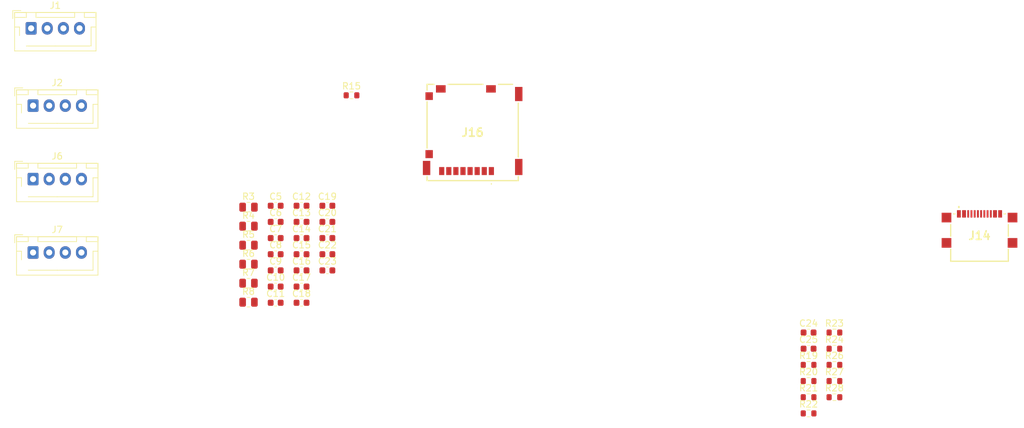
<source format=kicad_pcb>
(kicad_pcb (version 20241229) (generator "pcbnew") (generator_version "9.0")
  (layers (0 "F.Cu" signal) (2 "B.Cu" signal) (13 "F.Paste" user) (15 "B.Paste" user) (5 "F.SilkS" user "F.Silkscreen") (7 "B.SilkS" user "B.Silkscreen") (1 "F.Mask" user) (3 "B.Mask" user) (25 "Edge.Cuts" user))
  (net 0 "")
  (net 1 "GND")
  (net 2 "/D20{slash}A6")
  (net 3 "/D15{slash}A1")
  (net 4 "/D14{slash}A0")
  (net 5 "+5V")
  (net 6 "+3V3")
  (net 7 "+3.3VA")
  (net 8 "USB_GND_1")
  (net 9 "+5VD")
  (net 10 "VCAP1")
  (net 11 "/Lipo_Cell_1_2")
  (net 12 "/Lipo_Cell_1_2_3")
  (net 13 "/Lipo_Cell_1")
  (net 14 "VBUS_1")
  (net 15 "SDMMC1_CardDetect")
  (net 24 "SDMMC1_D1")
  (net 25 "SDMMC1_D2")
  (net 26 "SDMMC1_D3")
  (net 27 "SDMMC1_D0")
  (net 28 "SDMMC1_CMD")
  (net 29 "Net-(J16-CLK)")
  (net 30 "Net-(J16-COM)")
  (net 34 "USB_DP_1")
  (net 35 "USB_DN_1")
  (net 36 "USB_CC_2")
  (net 37 "USB_CC_1")
  (net 39 "SDMMC1_CK")
  (net 40 "I2C1_SDA")
  (net 41 "I2C1_SCL")
  (net 42 "DPS_Int")
  (footprint "Resistor_SMD:R_0805_2012Metric" (layer "F.Cu") (at 116.005 81.96)
    (property "Reference" "R3" (at 0 -1.65 0) (layer "F.SilkS"))
    (property "Value" "47k")
    (fp_line (start -0.227064 -0.735) (end 0.227064 -0.735) (stroke (width 0.12)) (layer "F.SilkS"))
    (fp_line (start -0.227064 0.735) (end 0.227064 0.735) (stroke (width 0.12)) (layer "F.SilkS"))
    (pad "1" smd roundrect (at -0.9125 0) (size 1.025 1.4) (layers "F.Cu" "F.Mask" "F.Paste") (roundrect_rratio 0.243902) (net 12 "/Lipo_Cell_1_2_3"))
    (pad "2" smd roundrect (at 0.9125 0) (size 1.025 1.4) (layers "F.Cu" "F.Mask" "F.Paste") (roundrect_rratio 0.243902) (net 2 "/D20{slash}A6"))
  )
  (footprint "Capacitor_SMD:C_0603_1608Metric" (layer "F.Cu") (at 124.225 96.8)
    (property "Reference" "C18" (at 0 -1.43 0) (layer "F.SilkS"))
    (property "Value" "10n")
    (fp_line (start -0.14058 -0.51) (end 0.14058 -0.51) (stroke (width 0.12)) (layer "F.SilkS"))
    (fp_line (start -0.14058 0.51) (end 0.14058 0.51) (stroke (width 0.12)) (layer "F.SilkS"))
    (pad "1" smd roundrect (at -0.775 0) (size 0.9 0.95) (layers "F.Cu" "F.Mask" "F.Paste") (net 7 "+3.3VA"))
    (pad "2" smd roundrect (at 0.775 0) (size 0.9 0.95) (layers "F.Cu" "F.Mask" "F.Paste") (net 8 "USB_GND_1"))
  )
  (footprint "Capacitor_SMD:C_0603_1608Metric" (layer "F.Cu") (at 120.215 91.78)
    (property "Reference" "C9" (at 0 -1.43 0) (layer "F.SilkS"))
    (property "Value" "10u")
    (fp_line (start -0.14058 -0.51) (end 0.14058 -0.51) (stroke (width 0.12)) (layer "F.SilkS"))
    (fp_line (start -0.14058 0.51) (end 0.14058 0.51) (stroke (width 0.12)) (layer "F.SilkS"))
    (pad "1" smd roundrect (at -0.775 0) (size 0.9 0.95) (layers "F.Cu" "F.Mask" "F.Paste") (net 6 "+3V3"))
    (pad "2" smd roundrect (at 0.775 0) (size 0.9 0.95) (layers "F.Cu" "F.Mask" "F.Paste") (net 8 "USB_GND_1"))
  )
  (footprint "Resistor_SMD:R_0603_1608Metric" (layer "F.Cu") (at 206.855 106.445)
    (property "Reference" "R26" (at 0 -1.43 0) (layer "F.SilkS"))
    (property "Value" "10k")
    (fp_line (start -0.237258 -0.5225) (end 0.237258 -0.5225) (stroke (width 0.12)) (layer "F.SilkS"))
    (fp_line (start -0.237258 0.5225) (end 0.237258 0.5225) (stroke (width 0.12)) (layer "F.SilkS"))
    (pad "1" smd roundrect (at -0.825 0) (size 0.8 0.95) (layers "F.Cu" "F.Mask" "F.Paste") (net 6 "+3V3"))
    (pad "2" smd roundrect (at 0.825 0) (size 0.8 0.95) (layers "F.Cu" "F.Mask" "F.Paste") (net 40 "I2C1_SDA"))
  )
  (footprint "Resistor_SMD:R_0603_1608Metric" (layer "F.Cu") (at 202.845 106.445)
    (property "Reference" "R19" (at 0 -1.43 0) (layer "F.SilkS"))
    (property "Value" "47k")
    (fp_line (start -0.237258 -0.5225) (end 0.237258 -0.5225) (stroke (width 0.12)) (layer "F.SilkS"))
    (fp_line (start -0.237258 0.5225) (end 0.237258 0.5225) (stroke (width 0.12)) (layer "F.SilkS"))
    (pad "1" smd roundrect (at -0.825 0) (size 0.8 0.95) (layers "F.Cu" "F.Mask" "F.Paste") (net 6 "+3V3"))
    (pad "2" smd roundrect (at 0.825 0) (size 0.8 0.95) (layers "F.Cu" "F.Mask" "F.Paste") (net 24 "SDMMC1_D1"))
  )
  (footprint "Resistor_SMD:R_0805_2012Metric" (layer "F.Cu") (at 116.005 87.86)
    (property "Reference" "R5" (at 0 -1.65 0) (layer "F.SilkS"))
    (property "Value" "33k")
    (fp_line (start -0.227064 -0.735) (end 0.227064 -0.735) (stroke (width 0.12)) (layer "F.SilkS"))
    (fp_line (start -0.227064 0.735) (end 0.227064 0.735) (stroke (width 0.12)) (layer "F.SilkS"))
    (pad "1" smd roundrect (at -0.9125 0) (size 1.025 1.4) (layers "F.Cu" "F.Mask" "F.Paste") (roundrect_rratio 0.243902) (net 11 "/Lipo_Cell_1_2"))
    (pad "2" smd roundrect (at 0.9125 0) (size 1.025 1.4) (layers "F.Cu" "F.Mask" "F.Paste") (roundrect_rratio 0.243902) (net 3 "/D15{slash}A1"))
  )
  (footprint "Capacitor_SMD:C_0603_1608Metric" (layer "F.Cu") (at 120.215 94.29)
    (property "Reference" "C10" (at 0 -1.43 0) (layer "F.SilkS"))
    (property "Value" "100n")
    (fp_line (start -0.14058 -0.51) (end 0.14058 -0.51) (stroke (width 0.12)) (layer "F.SilkS"))
    (fp_line (start -0.14058 0.51) (end 0.14058 0.51) (stroke (width 0.12)) (layer "F.SilkS"))
    (pad "1" smd roundrect (at -0.775 0) (size 0.9 0.95) (layers "F.Cu" "F.Mask" "F.Paste") (net 6 "+3V3"))
    (pad "2" smd roundrect (at 0.775 0) (size 0.9 0.95) (layers "F.Cu" "F.Mask" "F.Paste") (net 8 "USB_GND_1"))
  )
  (footprint "Capacitor_SMD:C_0603_1608Metric" (layer "F.Cu") (at 128.235 86.76)
    (property "Reference" "C21" (at 0 -1.43 0) (layer "F.SilkS"))
    (property "Value" "100n")
    (fp_line (start -0.14058 -0.51) (end 0.14058 -0.51) (stroke (width 0.12)) (layer "F.SilkS"))
    (fp_line (start -0.14058 0.51) (end 0.14058 0.51) (stroke (width 0.12)) (layer "F.SilkS"))
    (pad "1" smd roundrect (at -0.775 0) (size 0.9 0.95) (layers "F.Cu" "F.Mask" "F.Paste") (net 8 "USB_GND_1"))
    (pad "2" smd roundrect (at 0.775 0) (size 0.9 0.95) (layers "F.Cu" "F.Mask" "F.Paste") (net 9 "+5VD"))
  )
  (footprint "Connector_JST:JST_XH_B4B-XH-AM_1x04_P2.50mm_Vertical" (layer "F.Cu") (at 82.6 77.6)
    (property "Reference" "J6" (at 3.75 -3.55 0) (layer "F.SilkS"))
    (property "Value" "CAM Connector")
    (fp_line (start -2.85 -2.75) (end -2.85 -1.5) (stroke (width 0.12)) (layer "F.SilkS"))
    (fp_line (start -2.56 -2.46) (end -2.56 3.51) (stroke (width 0.12)) (layer "F.SilkS"))
    (fp_line (start -2.56 3.51) (end 10.06 3.51) (stroke (width 0.12)) (layer "F.SilkS"))
    (fp_line (start -2.55 -2.45) (end -2.55 -1.7) (stroke (width 0.12)) (layer "F.SilkS"))
    (fp_line (start -2.55 -1.7) (end -0.75 -1.7) (stroke (width 0.12)) (layer "F.SilkS"))
    (fp_line (start -2.55 -0.2) (end -1.8 -0.2) (stroke (width 0.12)) (layer "F.SilkS"))
    (fp_line (start -1.8 -0.2) (end -1.8 1.14) (stroke (width 0.12)) (layer "F.SilkS"))
    (fp_line (start -1.6 -2.75) (end -2.85 -2.75) (stroke (width 0.12)) (layer "F.SilkS"))
    (fp_line (start -0.75 -2.45) (end -2.55 -2.45) (stroke (width 0.12)) (layer "F.SilkS"))
    (fp_line (start -0.75 -1.7) (end -0.75 -2.45) (stroke (width 0.12)) (layer "F.SilkS"))
    (fp_line (start 0.75 -2.45) (end 0.75 -1.7) (stroke (width 0.12)) (layer "F.SilkS"))
    (fp_line (start 0.75 -1.7) (end 6.75 -1.7) (stroke (width 0.12)) (layer "F.SilkS"))
    (fp_line (start 3.75 2.75) (end -0.74 2.75) (stroke (width 0.12)) (layer "F.SilkS"))
    (fp_line (start 6.75 -2.45) (end 0.75 -2.45) (stroke (width 0.12)) (layer "F.SilkS"))
    (fp_line (start 6.75 -1.7) (end 6.75 -2.45) (stroke (width 0.12)) (layer "F.SilkS"))
    (fp_line (start 8.25 -2.45) (end 8.25 -1.7) (stroke (width 0.12)) (layer "F.SilkS"))
    (fp_line (start 8.25 -1.7) (end 10.05 -1.7) (stroke (width 0.12)) (layer "F.SilkS"))
    (fp_line (start 9.3 -0.2) (end 9.3 2.75) (stroke (width 0.12)) (layer "F.SilkS"))
    (fp_line (start 9.3 2.75) (end 3.75 2.75) (stroke (width 0.12)) (layer "F.SilkS"))
    (fp_line (start 10.05 -2.45) (end 8.25 -2.45) (stroke (width 0.12)) (layer "F.SilkS"))
    (fp_line (start 10.05 -1.7) (end 10.05 -2.45) (stroke (width 0.12)) (layer "F.SilkS"))
    (fp_line (start 10.05 -0.2) (end 9.3 -0.2) (stroke (width 0.12)) (layer "F.SilkS"))
    (fp_line (start 10.06 -2.46) (end -2.56 -2.46) (stroke (width 0.12)) (layer "F.SilkS"))
    (fp_line (start 10.06 3.51) (end 10.06 -2.46) (stroke (width 0.12)) (layer "F.SilkS"))
    (pad "" np_thru_hole circle (at -1.6 2) (size 1.2 1.2) (drill 1.2) (layers "*.Cu" "*.Mask"))
    (pad "1" thru_hole roundrect (at 0 0) (size 1.7 1.95) (drill 0.95) (layers "*.Cu" "*.Mask") (roundrect_rratio 0.147059))
    (pad "2" thru_hole oval (at 2.5 0) (size 1.7 1.95) (drill 0.95) (layers "*.Cu" "*.Mask"))
    (pad "3" thru_hole oval (at 5 0) (size 1.7 1.95) (drill 0.95) (layers "*.Cu" "*.Mask"))
    (pad "4" thru_hole oval (at 7.5 0) (size 1.7 1.95) (drill 0.95) (layers "*.Cu" "*.Mask"))
  )
  (footprint "Capacitor_SMD:C_0603_1608Metric" (layer "F.Cu") (at 120.215 96.8)
    (property "Reference" "C11" (at 0 -1.43 0) (layer "F.SilkS"))
    (property "Value" "100n")
    (fp_line (start -0.14058 -0.51) (end 0.14058 -0.51) (stroke (width 0.12)) (layer "F.SilkS"))
    (fp_line (start -0.14058 0.51) (end 0.14058 0.51) (stroke (width 0.12)) (layer "F.SilkS"))
    (pad "1" smd roundrect (at -0.775 0) (size 0.9 0.95) (layers "F.Cu" "F.Mask" "F.Paste") (net 6 "+3V3"))
    (pad "2" smd roundrect (at 0.775 0) (size 0.9 0.95) (layers "F.Cu" "F.Mask" "F.Paste") (net 8 "USB_GND_1"))
  )
  (footprint "Capacitor_SMD:C_0603_1608Metric" (layer "F.Cu") (at 120.215 81.74)
    (property "Reference" "C5" (at 0 -1.43 0) (layer "F.SilkS"))
    (property "Value" "100n")
    (fp_line (start -0.14058 -0.51) (end 0.14058 -0.51) (stroke (width 0.12)) (layer "F.SilkS"))
    (fp_line (start -0.14058 0.51) (end 0.14058 0.51) (stroke (width 0.12)) (layer "F.SilkS"))
    (pad "1" smd roundrect (at -0.775 0) (size 0.9 0.95) (layers "F.Cu" "F.Mask" "F.Paste") (net 2 "/D20{slash}A6"))
    (pad "2" smd roundrect (at 0.775 0) (size 0.9 0.95) (layers "F.Cu" "F.Mask" "F.Paste") (net 1 "GND"))
  )
  (footprint "Resistor_SMD:R_0603_1608Metric" (layer "F.Cu") (at 206.855 111.465)
    (property "Reference" "R28" (at 0 -1.43 0) (layer "F.SilkS"))
    (property "Value" "100k")
    (fp_line (start -0.237258 -0.5225) (end 0.237258 -0.5225) (stroke (width 0.12)) (layer "F.SilkS"))
    (fp_line (start -0.237258 0.5225) (end 0.237258 0.5225) (stroke (width 0.12)) (layer "F.SilkS"))
    (pad "1" smd roundrect (at -0.825 0) (size 0.8 0.95) (layers "F.Cu" "F.Mask" "F.Paste") (net 42 "DPS_Int"))
    (pad "2" smd roundrect (at 0.825 0) (size 0.8 0.95) (layers "F.Cu" "F.Mask" "F.Paste") (net 8 "USB_GND_1"))
  )
  (footprint "USC-C_GSB1C4:GSB1C41110SSHR" (layer "F.Cu") (at 229.35 86.39)
    (property "Reference" "J14" (at 0 0 0) (layer "F.SilkS") (effects (font (size 1.27 1.27) (thickness 0.254))))
    (property "Value" "GSB1C41110SSHR" (hide yes))
    (fp_line (start -4.47 -1.712) (end -4.47 0.088) (stroke (width 0.2)) (layer "F.SilkS"))
    (fp_line (start -4.47 2.088) (end -4.47 3.965) (stroke (width 0.2)) (layer "F.SilkS"))
    (fp_line (start -4.47 3.965) (end 4.47 3.965) (stroke (width 0.2)) (layer "F.SilkS"))
    (fp_line (start -4 -3.385) (end -3.8 -3.39) (stroke (width 0.2)) (layer "F.SilkS"))
    (fp_line (start -3.2 -4.5) (end -3.2 -4.5) (stroke (width 0.2)) (layer "F.SilkS"))
    (fp_line (start -3.2 -4.5) (end -3.2 -4.5) (stroke (width 0.2)) (layer "F.SilkS"))
    (fp_line (start -3.2 -4.4) (end -3.2 -4.4) (stroke (width 0.2)) (layer "F.SilkS"))
    (fp_line (start 3.8 -3.39) (end 4 -3.39) (stroke (width 0.2)) (layer "F.SilkS"))
    (fp_line (start 4.47 0.088) (end 4.47 -1.712) (stroke (width 0.2)) (layer "F.SilkS"))
    (fp_line (start 4.47 3.965) (end 4.47 2.088) (stroke (width 0.2)) (layer "F.SilkS"))
    (fp_arc (start -3.2 -4.5) (mid -3.15 -4.45) (end -3.2 -4.4) (stroke (width 0.2)) (layer "F.SilkS"))
    (fp_arc (start -3.2 -4.4) (mid -3.25 -4.45) (end -3.2 -4.5) (stroke (width 0.2)) (layer "F.SilkS"))
    (fp_arc (start -3.2 -4.4) (mid -3.25 -4.45) (end -3.2 -4.5) (stroke (width 0.2)) (layer "F.SilkS"))
    (pad "" np_thru_hole circle (at -2.89 -2.315) (size 0.65 0.65) (drill 0.65) (layers "*.Cu" "*.Mask"))
    (pad "" np_thru_hole circle (at 2.89 -2.315) (size 0.65 0.65) (drill 0.65) (layers "*.Cu" "*.Mask"))
    (pad "A1" smd rect (at -3.2 -3.39) (size 0.6 1.15) (layers "F.Cu" "F.Mask" "F.Paste") (net 8 "USB_GND_1"))
    (pad "A4" smd rect (at -2.4 -3.39) (size 0.6 1.15) (layers "F.Cu" "F.Mask" "F.Paste") (net 14 "VBUS_1"))
    (pad "A5" smd rect (at -1.25 -3.39) (size 0.3 1.15) (layers "F.Cu" "F.Mask" "F.Paste") (net 37 "USB_CC_1"))
    (pad "A6" smd rect (at -0.25 -3.39) (size 0.3 1.15) (layers "F.Cu" "F.Mask" "F.Paste") (net 34 "USB_DP_1"))
    (pad "A7" smd rect (at 0.25 -3.39) (size 0.3 1.15) (layers "F.Cu" "F.Mask" "F.Paste") (net 35 "USB_DN_1"))
    (pad "A8" smd rect (at 1.25 -3.39) (size 0.3 1.15) (layers "F.Cu" "F.Mask" "F.Paste"))
    (pad "A9" smd rect (at 2.4 -3.39) (size 0.6 1.15) (layers "F.Cu" "F.Mask" "F.Paste") (net 14 "VBUS_1"))
    (pad "A12" smd rect (at 3.2 -3.39) (size 0.6 1.15) (layers "F.Cu" "F.Mask" "F.Paste") (net 8 "USB_GND_1"))
    (pad "B5" smd rect (at 1.75 -3.39) (size 0.3 1.15) (layers "F.Cu" "F.Mask" "F.Paste") (net 36 "USB_CC_2"))
    (pad "B6" smd rect (at 0.75 -3.39) (size 0.3 1.15) (layers "F.Cu" "F.Mask" "F.Paste") (net 34 "USB_DP_1"))
    (pad "B7" smd rect (at -0.75 -3.39) (size 0.3 1.15) (layers "F.Cu" "F.Mask" "F.Paste") (net 35 "USB_DN_1"))
    (pad "B8" smd rect (at -1.75 -3.39) (size 0.3 1.15) (layers "F.Cu" "F.Mask" "F.Paste"))
    (pad "MP1" smd rect (at -5.12 -2.815 90) (size 1.5 1.5) (layers "F.Cu" "F.Mask" "F.Paste") (net 8 "USB_GND_1"))
    (pad "MP2" smd rect (at 5.12 -2.815 90) (size 1.5 1.5) (layers "F.Cu" "F.Mask" "F.Paste") (net 8 "USB_GND_1"))
    (pad "MP3" smd rect (at -5.12 1.115 90) (size 1.5 1.5) (layers "F.Cu" "F.Mask" "F.Paste") (net 8 "USB_GND_1"))
    (pad "MP4" smd rect (at 5.12 1.115 90) (size 1.5 1.5) (layers "F.Cu" "F.Mask" "F.Paste") (net 8 "USB_GND_1"))
  )
  (footprint "Connector_JST:JST_XH_B4B-XH-AM_1x04_P2.50mm_Vertical" (layer "F.Cu") (at 82.6 89)
    (property "Reference" "J7" (at 3.75 -3.55 0) (layer "F.SilkS"))
    (property "Value" "VTX Output")
    (fp_line (start -2.85 -2.75) (end -2.85 -1.5) (stroke (width 0.12)) (layer "F.SilkS"))
    (fp_line (start -2.56 -2.46) (end -2.56 3.51) (stroke (width 0.12)) (layer "F.SilkS"))
    (fp_line (start -2.56 3.51) (end 10.06 3.51) (stroke (width 0.12)) (layer "F.SilkS"))
    (fp_line (start -2.55 -2.45) (end -2.55 -1.7) (stroke (width 0.12)) (layer "F.SilkS"))
    (fp_line (start -2.55 -1.7) (end -0.75 -1.7) (stroke (width 0.12)) (layer "F.SilkS"))
    (fp_line (start -2.55 -0.2) (end -1.8 -0.2) (stroke (width 0.12)) (layer "F.SilkS"))
    (fp_line (start -1.8 -0.2) (end -1.8 1.14) (stroke (width 0.12)) (layer "F.SilkS"))
    (fp_line (start -1.6 -2.75) (end -2.85 -2.75) (stroke (width 0.12)) (layer "F.SilkS"))
    (fp_line (start -0.75 -2.45) (end -2.55 -2.45) (stroke (width 0.12)) (layer "F.SilkS"))
    (fp_line (start -0.75 -1.7) (end -0.75 -2.45) (stroke (width 0.12)) (layer "F.SilkS"))
    (fp_line (start 0.75 -2.45) (end 0.75 -1.7) (stroke (width 0.12)) (layer "F.SilkS"))
    (fp_line (start 0.75 -1.7) (end 6.75 -1.7) (stroke (width 0.12)) (layer "F.SilkS"))
    (fp_line (start 3.75 2.75) (end -0.74 2.75) (stroke (width 0.12)) (layer "F.SilkS"))
    (fp_line (start 6.75 -2.45) (end 0.75 -2.45) (stroke (width 0.12)) (layer "F.SilkS"))
    (fp_line (start 6.75 -1.7) (end 6.75 -2.45) (stroke (width 0.12)) (layer "F.SilkS"))
    (fp_line (start 8.25 -2.45) (end 8.25 -1.7) (stroke (width 0.12)) (layer "F.SilkS"))
    (fp_line (start 8.25 -1.7) (end 10.05 -1.7) (stroke (width 0.12)) (layer "F.SilkS"))
    (fp_line (start 9.3 -0.2) (end 9.3 2.75) (stroke (width 0.12)) (layer "F.SilkS"))
    (fp_line (start 9.3 2.75) (end 3.75 2.75) (stroke (width 0.12)) (layer "F.SilkS"))
    (fp_line (start 10.05 -2.45) (end 8.25 -2.45) (stroke (width 0.12)) (layer "F.SilkS"))
    (fp_line (start 10.05 -1.7) (end 10.05 -2.45) (stroke (width 0.12)) (layer "F.SilkS"))
    (fp_line (start 10.05 -0.2) (end 9.3 -0.2) (stroke (width 0.12)) (layer "F.SilkS"))
    (fp_line (start 10.06 -2.46) (end -2.56 -2.46) (stroke (width 0.12)) (layer "F.SilkS"))
    (fp_line (start 10.06 3.51) (end 10.06 -2.46) (stroke (width 0.12)) (layer "F.SilkS"))
    (pad "" np_thru_hole circle (at -1.6 2) (size 1.2 1.2) (drill 1.2) (layers "*.Cu" "*.Mask"))
    (pad "1" thru_hole roundrect (at 0 0) (size 1.7 1.95) (drill 0.95) (layers "*.Cu" "*.Mask") (roundrect_rratio 0.147059))
    (pad "2" thru_hole oval (at 2.5 0) (size 1.7 1.95) (drill 0.95) (layers "*.Cu" "*.Mask"))
    (pad "3" thru_hole oval (at 5 0) (size 1.7 1.95) (drill 0.95) (layers "*.Cu" "*.Mask"))
    (pad "4" thru_hole oval (at 7.5 0) (size 1.7 1.95) (drill 0.95) (layers "*.Cu" "*.Mask"))
  )
  (footprint "Capacitor_SMD:C_0603_1608Metric" (layer "F.Cu") (at 124.225 81.74)
    (property "Reference" "C12" (at 0 -1.43 0) (layer "F.SilkS"))
    (property "Value" "100n")
    (fp_line (start -0.14058 -0.51) (end 0.14058 -0.51) (stroke (width 0.12)) (layer "F.SilkS"))
    (fp_line (start -0.14058 0.51) (end 0.14058 0.51) (stroke (width 0.12)) (layer "F.SilkS"))
    (pad "1" smd roundrect (at -0.775 0) (size 0.9 0.95) (layers "F.Cu" "F.Mask" "F.Paste") (net 6 "+3V3"))
    (pad "2" smd roundrect (at 0.775 0) (size 0.9 0.95) (layers "F.Cu" "F.Mask" "F.Paste") (net 8 "USB_GND_1"))
  )
  (footprint "Connector_JST:JST_XH_B4B-XH-AM_1x04_P2.50mm_Vertical" (layer "F.Cu") (at 82.6 66.2)
    (property "Reference" "J2" (at 3.75 -3.55 0) (layer "F.SilkS"))
    (property "Value" "ELRS_Receiver")
    (fp_line (start -2.85 -2.75) (end -2.85 -1.5) (stroke (width 0.12)) (layer "F.SilkS"))
    (fp_line (start -2.56 -2.46) (end -2.56 3.51) (stroke (width 0.12)) (layer "F.SilkS"))
    (fp_line (start -2.56 3.51) (end 10.06 3.51) (stroke (width 0.12)) (layer "F.SilkS"))
    (fp_line (start -2.55 -2.45) (end -2.55 -1.7) (stroke (width 0.12)) (layer "F.SilkS"))
    (fp_line (start -2.55 -1.7) (end -0.75 -1.7) (stroke (width 0.12)) (layer "F.SilkS"))
    (fp_line (start -2.55 -0.2) (end -1.8 -0.2) (stroke (width 0.12)) (layer "F.SilkS"))
    (fp_line (start -1.8 -0.2) (end -1.8 1.14) (stroke (width 0.12)) (layer "F.SilkS"))
    (fp_line (start -1.6 -2.75) (end -2.85 -2.75) (stroke (width 0.12)) (layer "F.SilkS"))
    (fp_line (start -0.75 -2.45) (end -2.55 -2.45) (stroke (width 0.12)) (layer "F.SilkS"))
    (fp_line (start -0.75 -1.7) (end -0.75 -2.45) (stroke (width 0.12)) (layer "F.SilkS"))
    (fp_line (start 0.75 -2.45) (end 0.75 -1.7) (stroke (width 0.12)) (layer "F.SilkS"))
    (fp_line (start 0.75 -1.7) (end 6.75 -1.7) (stroke (width 0.12)) (layer "F.SilkS"))
    (fp_line (start 3.75 2.75) (end -0.74 2.75) (stroke (width 0.12)) (layer "F.SilkS"))
    (fp_line (start 6.75 -2.45) (end 0.75 -2.45) (stroke (width 0.12)) (layer "F.SilkS"))
    (fp_line (start 6.75 -1.7) (end 6.75 -2.45) (stroke (width 0.12)) (layer "F.SilkS"))
    (fp_line (start 8.25 -2.45) (end 8.25 -1.7) (stroke (width 0.12)) (layer "F.SilkS"))
    (fp_line (start 8.25 -1.7) (end 10.05 -1.7) (stroke (width 0.12)) (layer "F.SilkS"))
    (fp_line (start 9.3 -0.2) (end 9.3 2.75) (stroke (width 0.12)) (layer "F.SilkS"))
    (fp_line (start 9.3 2.75) (end 3.75 2.75) (stroke (width 0.12)) (layer "F.SilkS"))
    (fp_line (start 10.05 -2.45) (end 8.25 -2.45) (stroke (width 0.12)) (layer "F.SilkS"))
    (fp_line (start 10.05 -1.7) (end 10.05 -2.45) (stroke (width 0.12)) (layer "F.SilkS"))
    (fp_line (start 10.05 -0.2) (end 9.3 -0.2) (stroke (width 0.12)) (layer "F.SilkS"))
    (fp_line (start 10.06 -2.46) (end -2.56 -2.46) (stroke (width 0.12)) (layer "F.SilkS"))
    (fp_line (start 10.06 3.51) (end 10.06 -2.46) (stroke (width 0.12)) (layer "F.SilkS"))
    (pad "" np_thru_hole circle (at -1.6 2) (size 1.2 1.2) (drill 1.2) (layers "*.Cu" "*.Mask"))
    (pad "1" thru_hole roundrect (at 0 0) (size 1.7 1.95) (drill 0.95) (layers "*.Cu" "*.Mask") (roundrect_rratio 0.147059))
    (pad "2" thru_hole oval (at 2.5 0) (size 1.7 1.95) (drill 0.95) (layers "*.Cu" "*.Mask"))
    (pad "3" thru_hole oval (at 5 0) (size 1.7 1.95) (drill 0.95) (layers "*.Cu" "*.Mask") (net 5 "+5V"))
    (pad "4" thru_hole oval (at 7.5 0) (size 1.7 1.95) (drill 0.95) (layers "*.Cu" "*.Mask") (net 8 "USB_GND_1"))
  )
  (footprint "Resistor_SMD:R_0603_1608Metric" (layer "F.Cu") (at 131.975 64.6)
    (property "Reference" "R15" (at 0 -1.43 0) (layer "F.SilkS"))
    (property "Value" "47k")
    (fp_line (start -0.237258 -0.5225) (end 0.237258 -0.5225) (stroke (width 0.12)) (layer "F.SilkS"))
    (fp_line (start -0.237258 0.5225) (end 0.237258 0.5225) (stroke (width 0.12)) (layer "F.SilkS"))
    (pad "1" smd roundrect (at -0.825 0) (size 0.8 0.95) (layers "F.Cu" "F.Mask" "F.Paste") (net 6 "+3V3"))
    (pad "2" smd roundrect (at 0.825 0) (size 0.8 0.95) (layers "F.Cu" "F.Mask" "F.Paste") (net 24 "SDMMC1_D1"))
  )
  (footprint "Resistor_SMD:R_0603_1608Metric" (layer "F.Cu") (at 206.855 101.425)
    (property "Reference" "R23" (at 0 -1.43 0) (layer "F.SilkS"))
    (property "Value" "47k")
    (fp_line (start -0.237258 -0.5225) (end 0.237258 -0.5225) (stroke (width 0.12)) (layer "F.SilkS"))
    (fp_line (start -0.237258 0.5225) (end 0.237258 0.5225) (stroke (width 0.12)) (layer "F.SilkS"))
    (pad "1" smd roundrect (at -0.825 0) (size 0.8 0.95) (layers "F.Cu" "F.Mask" "F.Paste") (net 6 "+3V3"))
    (pad "2" smd roundrect (at 0.825 0) (size 0.8 0.95) (layers "F.Cu" "F.Mask" "F.Paste") (net 26 "SDMMC1_D3"))
  )
  (footprint "Capacitor_SMD:C_0603_1608Metric" (layer "F.Cu") (at 202.845 101.425)
    (property "Reference" "C24" (at 0 -1.43 0) (layer "F.SilkS"))
    (property "Value" "100n")
    (fp_line (start -0.14058 -0.51) (end 0.14058 -0.51) (stroke (width 0.12)) (layer "F.SilkS"))
    (fp_line (start -0.14058 0.51) (end 0.14058 0.51) (stroke (width 0.12)) (layer "F.SilkS"))
    (pad "1" smd roundrect (at -0.775 0) (size 0.9 0.95) (layers "F.Cu" "F.Mask" "F.Paste") (net 15 "SDMMC1_CardDetect"))
    (pad "2" smd roundrect (at 0.775 0) (size 0.9 0.95) (layers "F.Cu" "F.Mask" "F.Paste") (net 8 "USB_GND_1"))
  )
  (footprint "Resistor_SMD:R_0805_2012Metric" (layer "F.Cu") (at 116.005 96.71)
    (property "Reference" "R8" (at 0 -1.65 0) (layer "F.SilkS"))
    (property "Value" "330k")
    (fp_line (start -0.227064 -0.735) (end 0.227064 -0.735) (stroke (width 0.12)) (layer "F.SilkS"))
    (fp_line (start -0.227064 0.735) (end 0.227064 0.735) (stroke (width 0.12)) (layer "F.SilkS"))
    (pad "1" smd roundrect (at -0.9125 0) (size 1.025 1.4) (layers "F.Cu" "F.Mask" "F.Paste") (roundrect_rratio 0.243902) (net 4 "/D14{slash}A0"))
    (pad "2" smd roundrect (at 0.9125 0) (size 1.025 1.4) (layers "F.Cu" "F.Mask" "F.Paste") (roundrect_rratio 0.243902) (net 1 "GND"))
  )
  (footprint "Capacitor_SMD:C_0603_1608Metric" (layer "F.Cu") (at 124.225 94.29)
    (property "Reference" "C17" (at 0 -1.43 0) (layer "F.SilkS"))
    (property "Value" "1u")
    (fp_line (start -0.14058 -0.51) (end 0.14058 -0.51) (stroke (width 0.12)) (layer "F.SilkS"))
    (fp_line (start -0.14058 0.51) (end 0.14058 0.51) (stroke (width 0.12)) (layer "F.SilkS"))
    (pad "1" smd roundrect (at -0.775 0) (size 0.9 0.95) (layers "F.Cu" "F.Mask" "F.Paste") (net 7 "+3.3VA"))
    (pad "2" smd roundrect (at 0.775 0) (size 0.9 0.95) (layers "F.Cu" "F.Mask" "F.Paste") (net 8 "USB_GND_1"))
  )
  (footprint "Connector_JST:JST_XH_B4B-XH-AM_1x04_P2.50mm_Vertical" (layer "F.Cu") (at 82.3 54.2)
    (property "Reference" "J1" (at 3.75 -3.55 0) (layer "F.SilkS"))
    (property "Value" "B4B-XH-AM__LF__SN_")
    (fp_line (start -2.85 -2.75) (end -2.85 -1.5) (stroke (width 0.12)) (layer "F.SilkS"))
    (fp_line (start -2.56 -2.46) (end -2.56 3.51) (stroke (width 0.12)) (layer "F.SilkS"))
    (fp_line (start -2.56 3.51) (end 10.06 3.51) (stroke (width 0.12)) (layer "F.SilkS"))
    (fp_line (start -2.55 -2.45) (end -2.55 -1.7) (stroke (width 0.12)) (layer "F.SilkS"))
    (fp_line (start -2.55 -1.7) (end -0.75 -1.7) (stroke (width 0.12)) (layer "F.SilkS"))
    (fp_line (start -2.55 -0.2) (end -1.8 -0.2) (stroke (width 0.12)) (layer "F.SilkS"))
    (fp_line (start -1.8 -0.2) (end -1.8 1.14) (stroke (width 0.12)) (layer "F.SilkS"))
    (fp_line (start -1.6 -2.75) (end -2.85 -2.75) (stroke (width 0.12)) (layer "F.SilkS"))
    (fp_line (start -0.75 -2.45) (end -2.55 -2.45) (stroke (width 0.12)) (layer "F.SilkS"))
    (fp_line (start -0.75 -1.7) (end -0.75 -2.45) (stroke (width 0.12)) (layer "F.SilkS"))
    (fp_line (start 0.75 -2.45) (end 0.75 -1.7) (stroke (width 0.12)) (layer "F.SilkS"))
    (fp_line (start 0.75 -1.7) (end 6.75 -1.7) (stroke (width 0.12)) (layer "F.SilkS"))
    (fp_line (start 3.75 2.75) (end -0.74 2.75) (stroke (width 0.12)) (layer "F.SilkS"))
    (fp_line (start 6.75 -2.45) (end 0.75 -2.45) (stroke (width 0.12)) (layer "F.SilkS"))
    (fp_line (start 6.75 -1.7) (end 6.75 -2.45) (stroke (width 0.12)) (layer "F.SilkS"))
    (fp_line (start 8.25 -2.45) (end 8.25 -1.7) (stroke (width 0.12)) (layer "F.SilkS"))
    (fp_line (start 8.25 -1.7) (end 10.05 -1.7) (stroke (width 0.12)) (layer "F.SilkS"))
    (fp_line (start 9.3 -0.2) (end 9.3 2.75) (stroke (width 0.12)) (layer "F.SilkS"))
    (fp_line (start 9.3 2.75) (end 3.75 2.75) (stroke (width 0.12)) (layer "F.SilkS"))
    (fp_line (start 10.05 -2.45) (end 8.25 -2.45) (stroke (width 0.12)) (layer "F.SilkS"))
    (fp_line (start 10.05 -1.7) (end 10.05 -2.45) (stroke (width 0.12)) (layer "F.SilkS"))
    (fp_line (start 10.05 -0.2) (end 9.3 -0.2) (stroke (width 0.12)) (layer "F.SilkS"))
    (fp_line (start 10.06 -2.46) (end -2.56 -2.46) (stroke (width 0.12)) (layer "F.SilkS"))
    (fp_line (start 10.06 3.51) (end 10.06 -2.46) (stroke (width 0.12)) (layer "F.SilkS"))
    (pad "" np_thru_hole circle (at -1.6 2) (size 1.2 1.2) (drill 1.2) (layers "*.Cu" "*.Mask"))
    (pad "1" thru_hole roundrect (at 0 0) (size 1.7 1.95) (drill 0.95) (layers "*.Cu" "*.Mask") (roundrect_rratio 0.147059) (net 1 "GND"))
    (pad "2" thru_hole oval (at 2.5 0) (size 1.7 1.95) (drill 0.95) (layers "*.Cu" "*.Mask") (net 13 "/Lipo_Cell_1"))
    (pad "3" thru_hole oval (at 5 0) (size 1.7 1.95) (drill 0.95) (layers "*.Cu" "*.Mask") (net 11 "/Lipo_Cell_1_2"))
    (pad "4" thru_hole oval (at 7.5 0) (size 1.7 1.95) (drill 0.95) (layers "*.Cu" "*.Mask") (net 12 "/Lipo_Cell_1_2_3"))
  )
  (footprint "Resistor_SMD:R_0603_1608Metric" (layer "F.Cu") (at 202.845 111.465)
    (property "Reference" "R21" (at 0 -1.43 0) (layer "F.SilkS"))
    (property "Value" "47k")
    (fp_line (start -0.237258 -0.5225) (end 0.237258 -0.5225) (stroke (width 0.12)) (layer "F.SilkS"))
    (fp_line (start -0.237258 0.5225) (end 0.237258 0.5225) (stroke (width 0.12)) (layer "F.SilkS"))
    (pad "1" smd roundrect (at -0.825 0) (size 0.8 0.95) (layers "F.Cu" "F.Mask" "F.Paste") (net 6 "+3V3"))
    (pad "2" smd roundrect (at 0.825 0) (size 0.8 0.95) (layers "F.Cu" "F.Mask" "F.Paste") (net 39 "SDMMC1_CK"))
  )
  (footprint "Resistor_SMD:R_0805_2012Metric" (layer "F.Cu") (at 116.005 90.81)
    (property "Reference" "R6" (at 0 -1.65 0) (layer "F.SilkS"))
    (property "Value" "330k")
    (fp_line (start -0.227064 -0.735) (end 0.227064 -0.735) (stroke (width 0.12)) (layer "F.SilkS"))
    (fp_line (start -0.227064 0.735) (end 0.227064 0.735) (stroke (width 0.12)) (layer "F.SilkS"))
    (pad "1" smd roundrect (at -0.9125 0) (size 1.025 1.4) (layers "F.Cu" "F.Mask" "F.Paste") (roundrect_rratio 0.243902) (net 3 "/D15{slash}A1"))
    (pad "2" smd roundrect (at 0.9125 0) (size 1.025 1.4) (layers "F.Cu" "F.Mask" "F.Paste") (roundrect_rratio 0.243902) (net 1 "GND"))
  )
  (footprint "Resistor_SMD:R_0603_1608Metric" (layer "F.Cu") (at 202.845 113.975)
    (property "Reference" "R22" (at 0 -1.43 0) (layer "F.SilkS"))
    (property "Value" "47k")
    (fp_line (start -0.237258 -0.5225) (end 0.237258 -0.5225) (stroke (width 0.12)) (layer "F.SilkS"))
    (fp_line (start -0.237258 0.5225) (end 0.237258 0.5225) (stroke (width 0.12)) (layer "F.SilkS"))
    (pad "1" smd roundrect (at -0.825 0) (size 0.8 0.95) (layers "F.Cu" "F.Mask" "F.Paste") (net 6 "+3V3"))
    (pad "2" smd roundrect (at 0.825 0) (size 0.8 0.95) (layers "F.Cu" "F.Mask" "F.Paste") (net 25 "SDMMC1_D2"))
  )
  (footprint "Capacitor_SMD:C_0603_1608Metric" (layer "F.Cu") (at 128.235 89.27)
    (property "Reference" "C22" (at 0 -1.43 0) (layer "F.SilkS"))
    (property "Value" "2u2")
    (fp_line (start -0.14058 -0.51) (end 0.14058 -0.51) (stroke (width 0.12)) (layer "F.SilkS"))
    (fp_line (start -0.14058 0.51) (end 0.14058 0.51) (stroke (width 0.12)) (layer "F.SilkS"))
    (pad "1" smd roundrect (at -0.775 0) (size 0.9 0.95) (layers "F.Cu" "F.Mask" "F.Paste") (net 10 "VCAP1"))
    (pad "2" smd roundrect (at 0.775 0) (size 0.9 0.95) (layers "F.Cu" "F.Mask" "F.Paste") (net 8 "USB_GND_1"))
  )
  (footprint "Resistor_SMD:R_0603_1608Metric" (layer "F.Cu") (at 206.855 103.935)
    (property "Reference" "R24" (at 0 -1.43 0) (layer "F.SilkS"))
    (property "Value" "47k")
    (fp_line (start -0.237258 -0.5225) (end 0.237258 -0.5225) (stroke (width 0.12)) (layer "F.SilkS"))
    (fp_line (start -0.237258 0.5225) (end 0.237258 0.5225) (stroke (width 0.12)) (layer "F.SilkS"))
    (pad "1" smd roundrect (at -0.825 0) (size 0.8 0.95) (layers "F.Cu" "F.Mask" "F.Paste") (net 6 "+3V3"))
    (pad "2" smd roundrect (at 0.825 0) (size 0.8 0.95) (layers "F.Cu" "F.Mask" "F.Paste") (net 28 "SDMMC1_CMD"))
  )
  (footprint "Capacitor_SMD:C_0603_1608Metric" (layer "F.Cu") (at 120.215 89.27)
    (property "Reference" "C8" (at 0 -1.43 0) (layer "F.SilkS"))
    (property "Value" "100n")
    (fp_line (start -0.14058 -0.51) (end 0.14058 -0.51) (stroke (width 0.12)) (layer "F.SilkS"))
    (fp_line (start -0.14058 0.51) (end 0.14058 0.51) (stroke (width 0.12)) (layer "F.SilkS"))
    (pad "1" smd roundrect (at -0.775 0) (size 0.9 0.95) (layers "F.Cu" "F.Mask" "F.Paste") (net 5 "+5V"))
    (pad "2" smd roundrect (at 0.775 0) (size 0.9 0.95) (layers "F.Cu" "F.Mask" "F.Paste") (net 8 "USB_GND_1"))
  )
  (footprint "Capacitor_SMD:C_0603_1608Metric" (layer "F.Cu") (at 128.235 81.74)
    (property "Reference" "C19" (at 0 -1.43 0) (layer "F.SilkS"))
    (property "Value" "1u")
    (fp_line (start -0.14058 -0.51) (end 0.14058 -0.51) (stroke (width 0.12)) (layer "F.SilkS"))
    (fp_line (start -0.14058 0.51) (end 0.14058 0.51) (stroke (width 0.12)) (layer "F.SilkS"))
    (pad "1" smd roundrect (at -0.775 0) (size 0.9 0.95) (layers "F.Cu" "F.Mask" "F.Paste") (net 7 "+3.3VA"))
    (pad "2" smd roundrect (at 0.775 0) (size 0.9 0.95) (layers "F.Cu" "F.Mask" "F.Paste") (net 8 "USB_GND_1"))
  )
  (footprint "microSD_MEM2090:MEM20900014500A" (layer "F.Cu") (at 150.76 70.37)
    (property "Reference" "J16" (at 0 0 0) (layer "F.SilkS") (effects (font (size 1.27 1.27) (thickness 0.254))))
    (property "Value" "MEM2090-00-145-00-A" (hide yes))
    (fp_line (start -7.07 -7.475) (end -6 -7.475) (stroke (width 0.2)) (layer "F.SilkS"))
    (fp_line (start -7.07 -6.575) (end -7.07 -7.475) (stroke (width 0.2)) (layer "F.SilkS"))
    (fp_line (start -7.07 2.425) (end -7.07 -4.775) (stroke (width 0.2)) (layer "F.SilkS"))
    (fp_line (start -7.07 7.475) (end -7.07 6.825) (stroke (width 0.2)) (layer "F.SilkS"))
    (fp_line (start -3.8 -7.475) (end 1.6 -7.475) (stroke (width 0.2)) (layer "F.SilkS"))
    (fp_line (start 2.9 7.925) (end 2.9 7.925) (stroke (width 0.1)) (layer "F.SilkS"))
    (fp_line (start 2.9 8.025) (end 2.9 8.025) (stroke (width 0.1)) (layer "F.SilkS"))
    (fp_line (start 4 -7.475) (end 6.2 -7.475) (stroke (width 0.2)) (layer "F.SilkS"))
    (fp_line (start 7.07 -4.575) (end 7.07 3.825) (stroke (width 0.2)) (layer "F.SilkS"))
    (fp_line (start 7.07 6.825) (end 7.07 7.475) (stroke (width 0.2)) (layer "F.SilkS"))
    (fp_line (start 7.07 7.475) (end -7.07 7.475) (stroke (width 0.2)) (layer "F.SilkS"))
    (fp_arc (start 2.9 7.925) (mid 2.95 7.975) (end 2.9 8.025) (stroke (width 0.1)) (layer "F.SilkS"))
    (fp_arc (start 2.9 8.025) (mid 2.85 7.975) (end 2.9 7.925) (stroke (width 0.1)) (layer "F.SilkS"))
    (pad "1" smd rect (at 2.9 5.985) (size 0.8 1.24) (layers "F.Cu" "F.Mask" "F.Paste") (net 25 "SDMMC1_D2"))
    (pad "2" smd rect (at 1.8 5.985) (size 0.8 1.24) (layers "F.Cu" "F.Mask" "F.Paste") (net 26 "SDMMC1_D3"))
    (pad "3" smd rect (at 0.7 5.985) (size 0.8 1.24) (layers "F.Cu" "F.Mask" "F.Paste") (net 28 "SDMMC1_CMD"))
    (pad "4" smd rect (at -0.4 5.985) (size 0.8 1.24) (layers "F.Cu" "F.Mask" "F.Paste") (net 6 "+3V3"))
    (pad "5" smd rect (at -1.5 5.985) (size 0.8 1.24) (layers "F.Cu" "F.Mask" "F.Paste") (net 29 "Net-(J16-CLK)"))
    (pad "6" smd rect (at -2.6 5.985) (size 0.8 1.24) (layers "F.Cu" "F.Mask" "F.Paste") (net 1 "GND"))
    (pad "7" smd rect (at -3.7 5.985) (size 0.8 1.24) (layers "F.Cu" "F.Mask" "F.Paste") (net 27 "SDMMC1_D0"))
    (pad "8" smd rect (at -4.8 5.985) (size 0.8 1.24) (layers "F.Cu" "F.Mask" "F.Paste") (net 24 "SDMMC1_D1"))
    (pad "9" smd rect (at -6.745 3.355) (size 1.15 1.25) (layers "F.Cu" "F.Mask" "F.Paste") (net 30 "Net-(J16-COM)"))
    (pad "10" smd rect (at 7.145 5.355) (size 1.15 2.5) (layers "F.Cu" "F.Mask" "F.Paste") (net 1 "GND"))
    (pad "11" smd rect (at -7.145 5.505) (size 1.15 2.2) (layers "F.Cu" "F.Mask" "F.Paste") (net 1 "GND"))
    (pad "12" smd rect (at -6.745 -5.645) (size 1.15 1.2) (layers "F.Cu" "F.Mask" "F.Paste") (net 1 "GND"))
    (pad "13" smd rect (at -4.94 -6.77 90) (size 1.15 1.5) (layers "F.Cu" "F.Mask" "F.Paste") (net 1 "GND"))
    (pad "14" smd rect (at 2.84 -6.77 90) (size 1.15 1.5) (layers "F.Cu" "F.Mask" "F.Paste") (net 1 "GND"))
    (pad "15" smd rect (at 7.145 -5.975) (size 1.15 2.2) (layers "F.Cu" "F.Mask" "F.Paste") (net 1 "GND"))
  )
  (footprint "Capacitor_SMD:C_0603_1608Metric" (layer "F.Cu") (at 128.235 91.78)
    (property "Reference" "C23" (at 0 -1.43 0) (layer "F.SilkS"))
    (property "Value" "2u2")
    (fp_line (start -0.14058 -0.51) (end 0.14058 -0.51) (stroke (width 0.12)) (layer "F.SilkS"))
    (fp_line (start -0.14058 0.51) (end 0.14058 0.51) (stroke (width 0.12)) (layer "F.SilkS"))
    (pad "1" smd roundrect (at -0.775 0) (size 0.9 0.95) (layers "F.Cu" "F.Mask" "F.Paste") (net 10 "VCAP1"))
    (pad "2" smd roundrect (at 0.775 0) (size 0.9 0.95) (layers "F.Cu" "F.Mask" "F.Paste") (net 8 "USB_GND_1"))
  )
  (footprint "Capacitor_SMD:C_0603_1608Metric" (layer "F.Cu") (at 124.225 91.78)
    (property "Reference" "C16" (at 0 -1.43 0) (layer "F.SilkS"))
    (property "Value" "10n")
    (fp_line (start -0.14058 -0.51) (end 0.14058 -0.51) (stroke (width 0.12)) (layer "F.SilkS"))
    (fp_line (start -0.14058 0.51) (end 0.14058 0.51) (stroke (width 0.12)) (layer "F.SilkS"))
    (pad "1" smd roundrect (at -0.775 0) (size 0.9 0.95) (layers "F.Cu" "F.Mask" "F.Paste") (net 7 "+3.3VA"))
    (pad "2" smd roundrect (at 0.775 0) (size 0.9 0.95) (layers "F.Cu" "F.Mask" "F.Paste") (net 8 "USB_GND_1"))
  )
  (footprint "Capacitor_SMD:C_0603_1608Metric" (layer "F.Cu") (at 124.225 89.27)
    (property "Reference" "C15" (at 0 -1.43 0) (layer "F.SilkS"))
    (property "Value" "100n")
    (fp_line (start -0.14058 -0.51) (end 0.14058 -0.51) (stroke (width 0.12)) (layer "F.SilkS"))
    (fp_line (start -0.14058 0.51) (end 0.14058 0.51) (stroke (width 0.12)) (layer "F.SilkS"))
    (pad "1" smd roundrect (at -0.775 0) (size 0.9 0.95) (layers "F.Cu" "F.Mask" "F.Paste") (net 6 "+3V3"))
    (pad "2" smd roundrect (at 0.775 0) (size 0.9 0.95) (layers "F.Cu" "F.Mask" "F.Paste") (net 8 "USB_GND_1"))
  )
  (footprint "Capacitor_SMD:C_0603_1608Metric" (layer "F.Cu") (at 202.845 103.935)
    (property "Reference" "C25" (at 0 -1.43 0) (layer "F.SilkS"))
    (property "Value" "10u")
    (fp_line (start -0.14058 -0.51) (end 0.14058 -0.51) (stroke (width 0.12)) (layer "F.SilkS"))
    (fp_line (start -0.14058 0.51) (end 0.14058 0.51) (stroke (width 0.12)) (layer "F.SilkS"))
    (pad "1" smd roundrect (at -0.775 0) (size 0.9 0.95) (layers "F.Cu" "F.Mask" "F.Paste") (net 6 "+3V3"))
    (pad "2" smd roundrect (at 0.775 0) (size 0.9 0.95) (layers "F.Cu" "F.Mask" "F.Paste") (net 8 "USB_GND_1"))
  )
  (footprint "Resistor_SMD:R_0805_2012Metric" (layer "F.Cu") (at 116.005 93.76)
    (property "Reference" "R7" (at 0 -1.65 0) (layer "F.SilkS"))
    (property "Value" "22k")
    (fp_line (start -0.227064 -0.735) (end 0.227064 -0.735) (stroke (width 0.12)) (layer "F.SilkS"))
    (fp_line (start -0.227064 0.735) (end 0.227064 0.735) (stroke (width 0.12)) (layer "F.SilkS"))
    (pad "1" smd roundrect (at -0.9125 0) (size 1.025 1.4) (layers "F.Cu" "F.Mask" "F.Paste") (roundrect_rratio 0.243902) (net 13 "/Lipo_Cell_1"))
    (pad "2" smd roundrect (at 0.9125 0) (size 1.025 1.4) (layers "F.Cu" "F.Mask" "F.Paste") (roundrect_rratio 0.243902) (net 4 "/D14{slash}A0"))
  )
  (footprint "Capacitor_SMD:C_0603_1608Metric" (layer "F.Cu") (at 128.235 84.25)
    (property "Reference" "C20" (at 0 -1.43 0) (layer "F.SilkS"))
    (property "Value" "100n")
    (fp_line (start -0.14058 -0.51) (end 0.14058 -0.51) (stroke (width 0.12)) (layer "F.SilkS"))
    (fp_line (start -0.14058 0.51) (end 0.14058 0.51) (stroke (width 0.12)) (layer "F.SilkS"))
    (pad "1" smd roundrect (at -0.775 0) (size 0.9 0.95) (layers "F.Cu" "F.Mask" "F.Paste") (net 14 "VBUS_1"))
    (pad "2" smd roundrect (at 0.775 0) (size 0.9 0.95) (layers "F.Cu" "F.Mask" "F.Paste") (net 8 "USB_GND_1"))
  )
  (footprint "Capacitor_SMD:C_0603_1608Metric" (layer "F.Cu") (at 124.225 84.25)
    (property "Reference" "C13" (at 0 -1.43 0) (layer "F.SilkS"))
    (property "Value" "100n")
    (fp_line (start -0.14058 -0.51) (end 0.14058 -0.51) (stroke (width 0.12)) (layer "F.SilkS"))
    (fp_line (start -0.14058 0.51) (end 0.14058 0.51) (stroke (width 0.12)) (layer "F.SilkS"))
    (pad "1" smd roundrect (at -0.775 0) (size 0.9 0.95) (layers "F.Cu" "F.Mask" "F.Paste") (net 6 "+3V3"))
    (pad "2" smd roundrect (at 0.775 0) (size 0.9 0.95) (layers "F.Cu" "F.Mask" "F.Paste") (net 8 "USB_GND_1"))
  )
  (footprint "Capacitor_SMD:C_0603_1608Metric" (layer "F.Cu") (at 120.215 84.25)
    (property "Reference" "C6" (at 0 -1.43 0) (layer "F.SilkS"))
    (property "Value" "100n")
    (fp_line (start -0.14058 -0.51) (end 0.14058 -0.51) (stroke (width 0.12)) (layer "F.SilkS"))
    (fp_line (start -0.14058 0.51) (end 0.14058 0.51) (stroke (width 0.12)) (layer "F.SilkS"))
    (pad "1" smd roundrect (at -0.775 0) (size 0.9 0.95) (layers "F.Cu" "F.Mask" "F.Paste") (net 3 "/D15{slash}A1"))
    (pad "2" smd roundrect (at 0.775 0) (size 0.9 0.95) (layers "F.Cu" "F.Mask" "F.Paste") (net 1 "GND"))
  )
  (footprint "Resistor_SMD:R_0603_1608Metric" (layer "F.Cu") (at 202.845 108.955)
    (property "Reference" "R20" (at 0 -1.43 0) (layer "F.SilkS"))
    (property "Value" "47k")
    (fp_line (start -0.237258 -0.5225) (end 0.237258 -0.5225) (stroke (width 0.12)) (layer "F.SilkS"))
    (fp_line (start -0.237258 0.5225) (end 0.237258 0.5225) (stroke (width 0.12)) (layer "F.SilkS"))
    (pad "1" smd roundrect (at -0.825 0) (size 0.8 0.95) (layers "F.Cu" "F.Mask" "F.Paste") (net 6 "+3V3"))
    (pad "2" smd roundrect (at 0.825 0) (size 0.8 0.95) (layers "F.Cu" "F.Mask" "F.Paste") (net 27 "SDMMC1_D0"))
  )
  (footprint "Resistor_SMD:R_0603_1608Metric" (layer "F.Cu") (at 206.855 108.955)
    (property "Reference" "R27" (at 0 -1.43 0) (layer "F.SilkS"))
    (property "Value" "10k")
    (fp_line (start -0.237258 -0.5225) (end 0.237258 -0.5225) (stroke (width 0.12)) (layer "F.SilkS"))
    (fp_line (start -0.237258 0.5225) (end 0.237258 0.5225) (stroke (width 0.12)) (layer "F.SilkS"))
    (pad "1" smd roundrect (at -0.825 0) (size 0.8 0.95) (layers "F.Cu" "F.Mask" "F.Paste") (net 6 "+3V3"))
    (pad "2" smd roundrect (at 0.825 0) (size 0.8 0.95) (layers "F.Cu" "F.Mask" "F.Paste") (net 41 "I2C1_SCL"))
  )
  (footprint "Capacitor_SMD:C_0603_1608Metric" (layer "F.Cu") (at 120.215 86.76)
    (property "Reference" "C7" (at 0 -1.43 0) (layer "F.SilkS"))
    (property "Value" "100n")
    (fp_line (start -0.14058 -0.51) (end 0.14058 -0.51) (stroke (width 0.12)) (layer "F.SilkS"))
    (fp_line (start -0.14058 0.51) (end 0.14058 0.51) (stroke (width 0.12)) (layer "F.SilkS"))
    (pad "1" smd roundrect (at -0.775 0) (size 0.9 0.95) (layers "F.Cu" "F.Mask" "F.Paste") (net 4 "/D14{slash}A0"))
    (pad "2" smd roundrect (at 0.775 0) (size 0.9 0.95) (layers "F.Cu" "F.Mask" "F.Paste") (net 1 "GND"))
  )
  (footprint "Capacitor_SMD:C_0603_1608Metric" (layer "F.Cu") (at 124.225 86.76)
    (property "Reference" "C14" (at 0 -1.43 0) (layer "F.SilkS"))
    (property "Value" "100n")
    (fp_line (start -0.14058 -0.51) (end 0.14058 -0.51) (stroke (width 0.12)) (layer "F.SilkS"))
    (fp_line (start -0.14058 0.51) (end 0.14058 0.51) (stroke (width 0.12)) (layer "F.SilkS"))
    (pad "1" smd roundrect (at -0.775 0) (size 0.9 0.95) (layers "F.Cu" "F.Mask" "F.Paste") (net 6 "+3V3"))
    (pad "2" smd roundrect (at 0.775 0) (size 0.9 0.95) (layers "F.Cu" "F.Mask" "F.Paste") (net 8 "USB_GND_1"))
  )
  (footprint "Resistor_SMD:R_0805_2012Metric" (layer "F.Cu") (at 116.005 84.91)
    (property "Reference" "R4" (at 0 -1.65 0) (layer "F.SilkS"))
    (property "Value" "330k")
    (fp_line (start -0.227064 -0.735) (end 0.227064 -0.735) (stroke (width 0.12)) (layer "F.SilkS"))
    (fp_line (start -0.227064 0.735) (end 0.227064 0.735) (stroke (width 0.12)) (layer "F.SilkS"))
    (pad "1" smd roundrect (at -0.9125 0) (size 1.025 1.4) (layers "F.Cu" "F.Mask" "F.Paste") (roundrect_rratio 0.243902) (net 2 "/D20{slash}A6"))
    (pad "2" smd roundrect (at 0.9125 0) (size 1.025 1.4) (layers "F.Cu" "F.Mask" "F.Paste") (roundrect_rratio 0.243902) (net 1 "GND"))
  )
)
</source>
